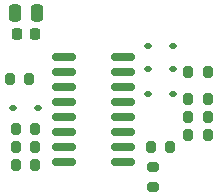
<source format=gbr>
%TF.GenerationSoftware,KiCad,Pcbnew,9.0.1*%
%TF.CreationDate,2025-09-02T02:57:31-07:00*%
%TF.ProjectId,pcb,7063622e-6b69-4636-9164-5f7063625858,B0*%
%TF.SameCoordinates,PX7bfa480PY4c4b400*%
%TF.FileFunction,Paste,Bot*%
%TF.FilePolarity,Positive*%
%FSLAX46Y46*%
G04 Gerber Fmt 4.6, Leading zero omitted, Abs format (unit mm)*
G04 Created by KiCad (PCBNEW 9.0.1) date 2025-09-02 02:57:31*
%MOMM*%
%LPD*%
G01*
G04 APERTURE LIST*
G04 Aperture macros list*
%AMRoundRect*
0 Rectangle with rounded corners*
0 $1 Rounding radius*
0 $2 $3 $4 $5 $6 $7 $8 $9 X,Y pos of 4 corners*
0 Add a 4 corners polygon primitive as box body*
4,1,4,$2,$3,$4,$5,$6,$7,$8,$9,$2,$3,0*
0 Add four circle primitives for the rounded corners*
1,1,$1+$1,$2,$3*
1,1,$1+$1,$4,$5*
1,1,$1+$1,$6,$7*
1,1,$1+$1,$8,$9*
0 Add four rect primitives between the rounded corners*
20,1,$1+$1,$2,$3,$4,$5,0*
20,1,$1+$1,$4,$5,$6,$7,0*
20,1,$1+$1,$6,$7,$8,$9,0*
20,1,$1+$1,$8,$9,$2,$3,0*%
G04 Aperture macros list end*
%ADD10RoundRect,0.200000X-0.200000X-0.275000X0.200000X-0.275000X0.200000X0.275000X-0.200000X0.275000X0*%
%ADD11RoundRect,0.200000X0.275000X-0.200000X0.275000X0.200000X-0.275000X0.200000X-0.275000X-0.200000X0*%
%ADD12RoundRect,0.200000X0.200000X0.275000X-0.200000X0.275000X-0.200000X-0.275000X0.200000X-0.275000X0*%
%ADD13RoundRect,0.112500X-0.187500X-0.112500X0.187500X-0.112500X0.187500X0.112500X-0.187500X0.112500X0*%
%ADD14RoundRect,0.225000X-0.225000X-0.250000X0.225000X-0.250000X0.225000X0.250000X-0.225000X0.250000X0*%
%ADD15RoundRect,0.112500X0.187500X0.112500X-0.187500X0.112500X-0.187500X-0.112500X0.187500X-0.112500X0*%
%ADD16RoundRect,0.250000X-0.250000X-0.475000X0.250000X-0.475000X0.250000X0.475000X-0.250000X0.475000X0*%
%ADD17RoundRect,0.150000X-0.850000X-0.150000X0.850000X-0.150000X0.850000X0.150000X-0.850000X0.150000X0*%
G04 APERTURE END LIST*
D10*
%TO.C,R7*%
X8710000Y-28371000D03*
X10360000Y-28371000D03*
%TD*%
D11*
%TO.C,R4*%
X20330000Y-33260000D03*
X20330000Y-31610000D03*
%TD*%
D12*
%TO.C,R8*%
X24965000Y-28879000D03*
X23315000Y-28879000D03*
%TD*%
D13*
%TO.C,D4*%
X19915000Y-23291000D03*
X22015000Y-23291000D03*
%TD*%
D10*
%TO.C,R10*%
X8202000Y-24180000D03*
X9852000Y-24180000D03*
%TD*%
D12*
%TO.C,R9*%
X24965000Y-23545000D03*
X23315000Y-23545000D03*
%TD*%
D14*
%TO.C,C1*%
X8801000Y-20370000D03*
X10351000Y-20370000D03*
%TD*%
D10*
%TO.C,R5*%
X8710000Y-31419000D03*
X10360000Y-31419000D03*
%TD*%
D15*
%TO.C,D1*%
X10585000Y-26593000D03*
X8485000Y-26593000D03*
%TD*%
D13*
%TO.C,D2*%
X19915000Y-21386000D03*
X22015000Y-21386000D03*
%TD*%
D16*
%TO.C,C2*%
X8626000Y-18592000D03*
X10526000Y-18592000D03*
%TD*%
D17*
%TO.C,U1*%
X12750000Y-31165000D03*
X12750000Y-29895000D03*
X12750000Y-28625000D03*
X12750000Y-27355000D03*
X12750000Y-26085000D03*
X12750000Y-24815000D03*
X12750000Y-23545000D03*
X12750000Y-22275000D03*
X17750000Y-22275000D03*
X17750000Y-23545000D03*
X17750000Y-24815000D03*
X17750000Y-26085000D03*
X17750000Y-27355000D03*
X17750000Y-28625000D03*
X17750000Y-29895000D03*
X17750000Y-31165000D03*
%TD*%
D12*
%TO.C,R2*%
X24965000Y-27355000D03*
X23315000Y-27355000D03*
%TD*%
%TO.C,R3*%
X21790000Y-29895000D03*
X20140000Y-29895000D03*
%TD*%
D10*
%TO.C,R6*%
X8710000Y-29895000D03*
X10360000Y-29895000D03*
%TD*%
D12*
%TO.C,R1*%
X24965000Y-25831000D03*
X23315000Y-25831000D03*
%TD*%
D13*
%TO.C,D3*%
X19915000Y-25450000D03*
X22015000Y-25450000D03*
%TD*%
M02*

</source>
